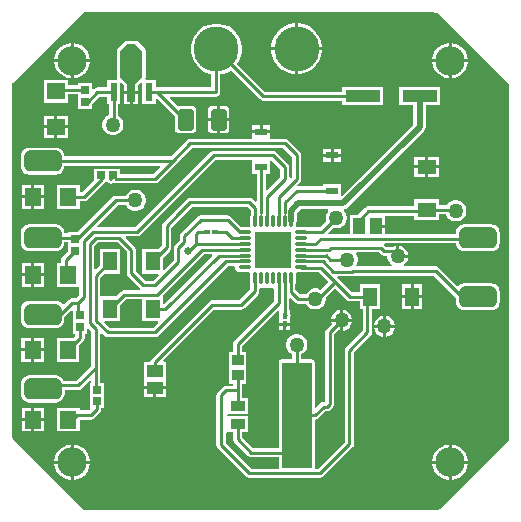
<source format=gtl>
G04*
G04 #@! TF.GenerationSoftware,Altium Limited,CircuitMaker,2.0.3 (51)*
G04*
G04 Layer_Physical_Order=1*
G04 Layer_Color=25308*
%FSLAX44Y44*%
%MOMM*%
G71*
G04*
G04 #@! TF.SameCoordinates,C8AC64B2-932A-4FD2-A93B-DAD22475A408*
G04*
G04*
G04 #@! TF.FilePolarity,Positive*
G04*
G01*
G75*
%ADD13C,0.2540*%
%ADD15R,0.6000X1.6000*%
%ADD16R,0.7000X1.5000*%
%ADD17R,2.9718X1.0160*%
%ADD18R,3.1500X3.1500*%
%ADD19O,0.3000X1.1500*%
%ADD20O,1.1500X0.3000*%
%ADD21R,1.4000X1.5000*%
%ADD22R,0.5000X0.4500*%
%ADD23R,0.6500X0.6500*%
%ADD24R,1.2000X1.6000*%
%ADD25R,1.5000X1.4000*%
%ADD26R,0.6500X0.6500*%
G04:AMPARAMS|DCode=27|XSize=1.8mm|YSize=1.3mm|CornerRadius=0.13mm|HoleSize=0mm|Usage=FLASHONLY|Rotation=270.000|XOffset=0mm|YOffset=0mm|HoleType=Round|Shape=RoundedRectangle|*
%AMROUNDEDRECTD27*
21,1,1.8000,1.0400,0,0,270.0*
21,1,1.5400,1.3000,0,0,270.0*
1,1,0.2600,-0.5200,-0.7700*
1,1,0.2600,-0.5200,0.7700*
1,1,0.2600,0.5200,0.7700*
1,1,0.2600,0.5200,-0.7700*
%
%ADD27ROUNDEDRECTD27*%
%ADD28R,1.0000X0.6000*%
%ADD29R,1.6000X1.2000*%
%ADD30R,1.1000X1.3500*%
%ADD31R,1.0000X0.9000*%
%ADD32R,1.3000X0.9000*%
%ADD33R,0.4500X0.5000*%
%ADD34R,1.3500X1.1000*%
%ADD61C,0.5080*%
G04:AMPARAMS|DCode=62|XSize=3.175mm|YSize=1.778mm|CornerRadius=0.4445mm|HoleSize=0mm|Usage=FLASHONLY|Rotation=0.000|XOffset=0mm|YOffset=0mm|HoleType=Round|Shape=RoundedRectangle|*
%AMROUNDEDRECTD62*
21,1,3.1750,0.8890,0,0,0.0*
21,1,2.2860,1.7780,0,0,0.0*
1,1,0.8890,1.1430,-0.4445*
1,1,0.8890,-1.1430,-0.4445*
1,1,0.8890,-1.1430,0.4445*
1,1,0.8890,1.1430,0.4445*
%
%ADD62ROUNDEDRECTD62*%
%ADD63C,1.5240*%
%ADD64C,1.2700*%
%ADD65C,2.5000*%
%ADD66C,3.8100*%
%ADD67C,0.5500*%
%ADD68C,0.6350*%
G36*
X906780Y1100582D02*
X908050D01*
X908632Y1100000D01*
X910000D01*
X970000Y1040000D01*
Y1038632D01*
X970026Y1038606D01*
Y738378D01*
X969772D01*
X911606Y680212D01*
X910212D01*
X910000Y680000D01*
X610404D01*
X610362Y679958D01*
X610320Y680000D01*
X610000D01*
X550000Y740000D01*
Y740320D01*
X549910Y740410D01*
X549402D01*
Y1041400D01*
X549910D01*
X609600Y1101090D01*
X906272D01*
X906780Y1100582D01*
D02*
G37*
%LPC*%
G36*
X792126Y1091590D02*
X791270D01*
Y1071270D01*
X811590D01*
Y1072126D01*
X810760Y1076298D01*
X809133Y1080227D01*
X806770Y1083763D01*
X803763Y1086770D01*
X800227Y1089133D01*
X796298Y1090760D01*
X792126Y1091590D01*
D02*
G37*
G36*
X788730D02*
X787874D01*
X783702Y1090760D01*
X779773Y1089133D01*
X776237Y1086770D01*
X773230Y1083763D01*
X770867Y1080227D01*
X769240Y1076298D01*
X768410Y1072126D01*
Y1071270D01*
X788730D01*
Y1091590D01*
D02*
G37*
G36*
X921481Y1075040D02*
X921270D01*
Y1061270D01*
X935040D01*
Y1061481D01*
X934462Y1064387D01*
X933328Y1067124D01*
X931682Y1069587D01*
X929587Y1071682D01*
X927124Y1073328D01*
X924387Y1074462D01*
X921481Y1075040D01*
D02*
G37*
G36*
X918730D02*
X918519D01*
X915613Y1074462D01*
X912876Y1073328D01*
X910413Y1071682D01*
X908318Y1069587D01*
X906672Y1067124D01*
X905538Y1064387D01*
X904960Y1061481D01*
Y1061270D01*
X918730D01*
Y1075040D01*
D02*
G37*
G36*
X601481D02*
X601270D01*
Y1061270D01*
X615040D01*
Y1061481D01*
X614462Y1064387D01*
X613328Y1067124D01*
X611682Y1069587D01*
X609587Y1071682D01*
X607124Y1073328D01*
X604387Y1074462D01*
X601481Y1075040D01*
D02*
G37*
G36*
X598730D02*
X598519D01*
X595613Y1074462D01*
X592876Y1073328D01*
X590413Y1071682D01*
X588318Y1069587D01*
X586672Y1067124D01*
X585538Y1064387D01*
X584960Y1061481D01*
Y1061270D01*
X598730D01*
Y1075040D01*
D02*
G37*
G36*
X811590Y1068730D02*
X791270D01*
Y1048410D01*
X792126D01*
X796298Y1049240D01*
X800227Y1050867D01*
X803763Y1053230D01*
X806770Y1056237D01*
X809133Y1059773D01*
X810760Y1063702D01*
X811590Y1067874D01*
Y1068730D01*
D02*
G37*
G36*
X788730D02*
X768410D01*
Y1067874D01*
X769240Y1063702D01*
X770867Y1059773D01*
X773230Y1056237D01*
X776237Y1053230D01*
X779773Y1050867D01*
X783702Y1049240D01*
X787874Y1048410D01*
X788730D01*
Y1068730D01*
D02*
G37*
G36*
X935040Y1058730D02*
X921270D01*
Y1044960D01*
X921481D01*
X924387Y1045538D01*
X927124Y1046672D01*
X929587Y1048318D01*
X931682Y1050413D01*
X933328Y1052876D01*
X934462Y1055613D01*
X935040Y1058519D01*
Y1058730D01*
D02*
G37*
G36*
X918730D02*
X904960D01*
Y1058519D01*
X905538Y1055613D01*
X906672Y1052876D01*
X908318Y1050413D01*
X910413Y1048318D01*
X912876Y1046672D01*
X915613Y1045538D01*
X918519Y1044960D01*
X918730D01*
Y1058730D01*
D02*
G37*
G36*
X615040D02*
X601270D01*
Y1044960D01*
X601481D01*
X604387Y1045538D01*
X607124Y1046672D01*
X609587Y1048318D01*
X611682Y1050413D01*
X613328Y1052876D01*
X614462Y1055613D01*
X615040Y1058519D01*
Y1058730D01*
D02*
G37*
G36*
X598730D02*
X584960D01*
Y1058519D01*
X585538Y1055613D01*
X586672Y1052876D01*
X588318Y1050413D01*
X590413Y1048318D01*
X592876Y1046672D01*
X595613Y1045538D01*
X598519Y1044960D01*
X598730D01*
Y1058730D01*
D02*
G37*
G36*
X724248Y1091438D02*
X719996D01*
X715824Y1090608D01*
X711895Y1088981D01*
X708359Y1086618D01*
X705352Y1083611D01*
X702989Y1080075D01*
X701362Y1076146D01*
X700532Y1071974D01*
Y1067722D01*
X701362Y1063550D01*
X702989Y1059621D01*
X705352Y1056085D01*
X708359Y1053078D01*
X711895Y1050715D01*
X715824Y1049088D01*
X717729Y1048709D01*
Y1037385D01*
X670540D01*
Y1044040D01*
X662439D01*
X661760Y1045310D01*
X661893Y1045509D01*
X662090Y1046500D01*
Y1068500D01*
X661893Y1069491D01*
X661331Y1070331D01*
X655331Y1076331D01*
X654491Y1076893D01*
X653500Y1077090D01*
X646500D01*
X645509Y1076893D01*
X644669Y1076331D01*
X638669Y1070331D01*
X638107Y1069491D01*
X637910Y1068500D01*
Y1046500D01*
X638107Y1045509D01*
X638240Y1045310D01*
X637561Y1044040D01*
X629460D01*
Y1037385D01*
X621288D01*
X619802Y1037089D01*
X618541Y1036247D01*
X618087Y1035793D01*
X616914Y1036279D01*
Y1041014D01*
X605334D01*
Y1039443D01*
X596272D01*
Y1043588D01*
X576192D01*
Y1024508D01*
X596272D01*
Y1031673D01*
X605334D01*
Y1019434D01*
X616914D01*
Y1023632D01*
X622897Y1029615D01*
X629460D01*
Y1022960D01*
X631115D01*
Y1014139D01*
X631061Y1014124D01*
X629033Y1012954D01*
X627378Y1011299D01*
X626208Y1009271D01*
X625602Y1007010D01*
Y1004670D01*
X626208Y1002409D01*
X627378Y1000381D01*
X629033Y998726D01*
X631061Y997556D01*
X633322Y996950D01*
X635662D01*
X637923Y997556D01*
X639951Y998726D01*
X641606Y1000381D01*
X642776Y1002409D01*
X643382Y1004670D01*
Y1007010D01*
X642776Y1009271D01*
X641606Y1011299D01*
X639951Y1012954D01*
X638885Y1013569D01*
Y1022960D01*
X640540D01*
Y1041138D01*
X641713Y1041624D01*
X643960Y1039378D01*
Y1034270D01*
X650000D01*
X656040D01*
Y1039378D01*
X658287Y1041624D01*
X659460Y1041138D01*
Y1022960D01*
X670540D01*
Y1027917D01*
X671713Y1028403D01*
X686885Y1013232D01*
Y1002300D01*
X687183Y1000802D01*
X688031Y999531D01*
X689302Y998683D01*
X690800Y998385D01*
X701200D01*
X702698Y998683D01*
X703969Y999531D01*
X704817Y1000802D01*
X705115Y1002300D01*
Y1017700D01*
X704817Y1019198D01*
X703969Y1020469D01*
X702698Y1021317D01*
X701200Y1021615D01*
X690800D01*
X689706Y1021398D01*
X682662Y1028442D01*
X683148Y1029615D01*
X721614D01*
X723101Y1029911D01*
X724361Y1030753D01*
X725203Y1032013D01*
X725499Y1033500D01*
Y1048507D01*
X728420Y1049088D01*
X732349Y1050715D01*
X734394Y1052082D01*
X759223Y1027253D01*
X760483Y1026411D01*
X761970Y1026115D01*
X828536D01*
Y1022380D01*
X863334D01*
Y1037620D01*
X828536D01*
Y1033885D01*
X763579D01*
X739888Y1057576D01*
X741255Y1059621D01*
X742882Y1063550D01*
X743712Y1067722D01*
Y1071974D01*
X742882Y1076146D01*
X741255Y1080075D01*
X738892Y1083611D01*
X735885Y1086618D01*
X732349Y1088981D01*
X728420Y1090608D01*
X724248Y1091438D01*
D02*
G37*
G36*
X656040Y1031730D02*
X651270D01*
Y1022960D01*
X656040D01*
Y1031730D01*
D02*
G37*
G36*
X648730D02*
X643960D01*
Y1022960D01*
X648730D01*
Y1031730D01*
D02*
G37*
G36*
X729200Y1021615D02*
X725270D01*
Y1011270D01*
X733115D01*
Y1017700D01*
X732817Y1019198D01*
X731969Y1020469D01*
X730698Y1021317D01*
X729200Y1021615D01*
D02*
G37*
G36*
X722730D02*
X718800D01*
X717302Y1021317D01*
X716031Y1020469D01*
X715183Y1019198D01*
X714885Y1017700D01*
Y1011270D01*
X722730D01*
Y1021615D01*
D02*
G37*
G36*
X596272Y1013588D02*
X587502D01*
Y1005318D01*
X596272D01*
Y1013588D01*
D02*
G37*
G36*
X584962D02*
X576192D01*
Y1005318D01*
X584962D01*
Y1013588D01*
D02*
G37*
G36*
X767540Y1005540D02*
X761270D01*
Y1001270D01*
X767540D01*
Y1005540D01*
D02*
G37*
G36*
X758730D02*
X752460D01*
Y1001270D01*
X758730D01*
Y1005540D01*
D02*
G37*
G36*
X733115Y1008730D02*
X725270D01*
Y998385D01*
X729200D01*
X730698Y998683D01*
X731969Y999531D01*
X732817Y1000802D01*
X733115Y1002300D01*
Y1008730D01*
D02*
G37*
G36*
X722730D02*
X714885D01*
Y1002300D01*
X715183Y1000802D01*
X716031Y999531D01*
X717302Y998683D01*
X718800Y998385D01*
X722730D01*
Y1008730D01*
D02*
G37*
G36*
X596272Y1002778D02*
X587502D01*
Y994508D01*
X596272D01*
Y1002778D01*
D02*
G37*
G36*
X584962D02*
X576192D01*
Y994508D01*
X584962D01*
Y1002778D01*
D02*
G37*
G36*
X827540Y985540D02*
X821270D01*
Y981270D01*
X827540D01*
Y985540D01*
D02*
G37*
G36*
X818730D02*
X812460D01*
Y981270D01*
X818730D01*
Y985540D01*
D02*
G37*
G36*
X827540Y978730D02*
X821270D01*
Y974460D01*
X827540D01*
Y978730D01*
D02*
G37*
G36*
X818730D02*
X812460D01*
Y974460D01*
X818730D01*
Y978730D01*
D02*
G37*
G36*
X910540Y978540D02*
X901270D01*
Y971270D01*
X910540D01*
Y978540D01*
D02*
G37*
G36*
X898730D02*
X889460D01*
Y971270D01*
X898730D01*
Y978540D01*
D02*
G37*
G36*
X910540Y968730D02*
X901270D01*
Y961460D01*
X910540D01*
Y968730D01*
D02*
G37*
G36*
X898730D02*
X889460D01*
Y961460D01*
X898730D01*
Y968730D01*
D02*
G37*
G36*
X576200Y954920D02*
X567930D01*
Y946150D01*
X576200D01*
Y954920D01*
D02*
G37*
G36*
X565390D02*
X557120D01*
Y946150D01*
X565390D01*
Y954920D01*
D02*
G37*
G36*
X911464Y1037620D02*
X876666D01*
Y1022380D01*
X888885D01*
Y1005938D01*
X828713Y945766D01*
X827540Y946252D01*
Y955540D01*
X812460D01*
Y953885D01*
X791174D01*
X790648Y955155D01*
X792747Y957253D01*
X793589Y958513D01*
X793885Y960000D01*
Y980000D01*
X793589Y981487D01*
X792747Y982747D01*
X782747Y992747D01*
X781487Y993589D01*
X780000Y993885D01*
X768572D01*
X767540Y994460D01*
X767540Y995155D01*
Y998730D01*
X760000D01*
X752460D01*
Y995155D01*
X752460Y994460D01*
X751428Y993885D01*
X700000D01*
X698513Y993589D01*
X697253Y992747D01*
X683391Y978885D01*
X593475D01*
Y979445D01*
X593235Y981268D01*
X592531Y982968D01*
X591412Y984427D01*
X589953Y985546D01*
X588253Y986250D01*
X586430Y986490D01*
X563570D01*
X561747Y986250D01*
X560047Y985546D01*
X558588Y984427D01*
X557469Y982968D01*
X556765Y981268D01*
X556525Y979445D01*
Y970555D01*
X556765Y968732D01*
X557469Y967032D01*
X558588Y965573D01*
X560047Y964454D01*
X561747Y963750D01*
X563570Y963510D01*
X586430D01*
X588253Y963750D01*
X589953Y964454D01*
X591412Y965573D01*
X592531Y967032D01*
X593235Y968732D01*
X593475Y970555D01*
Y971115D01*
X673962D01*
X674448Y969942D01*
X668391Y963885D01*
X640282D01*
Y968704D01*
X618702D01*
Y959196D01*
X608391Y948885D01*
X606200D01*
Y954920D01*
X587120D01*
Y934840D01*
X606200D01*
Y941115D01*
X610000D01*
X611487Y941411D01*
X612747Y942253D01*
X627618Y957124D01*
X629588D01*
X629713Y956999D01*
X630973Y956157D01*
X632460Y955861D01*
X633947Y956157D01*
X635123Y956943D01*
X635919Y956411D01*
X637406Y956115D01*
X670000D01*
X671487Y956411D01*
X672747Y957253D01*
X687747Y972253D01*
X701609Y986115D01*
X778391D01*
X786115Y978391D01*
Y961609D01*
X785155Y960648D01*
X783885Y961174D01*
Y970000D01*
X783589Y971487D01*
X782747Y972747D01*
X772747Y982747D01*
X771487Y983589D01*
X770000Y983885D01*
X720000D01*
X718513Y983589D01*
X717253Y982747D01*
X653471Y918965D01*
X621118D01*
X620632Y920138D01*
X638441Y937947D01*
X645519D01*
X646428Y936373D01*
X648083Y934718D01*
X650111Y933548D01*
X652372Y932942D01*
X654712D01*
X656973Y933548D01*
X659001Y934718D01*
X660656Y936373D01*
X661826Y938401D01*
X662432Y940662D01*
Y943002D01*
X661826Y945263D01*
X660656Y947291D01*
X659001Y948946D01*
X656973Y950116D01*
X654712Y950722D01*
X652372D01*
X650111Y950116D01*
X648083Y948946D01*
X646428Y947291D01*
X645519Y945717D01*
X636832D01*
X635345Y945421D01*
X634085Y944579D01*
X604282Y914776D01*
X596444D01*
Y913885D01*
X593475D01*
Y914445D01*
X593235Y916268D01*
X592531Y917968D01*
X591412Y919427D01*
X589953Y920546D01*
X588253Y921250D01*
X586430Y921490D01*
X563570D01*
X561747Y921250D01*
X560047Y920546D01*
X558588Y919427D01*
X557469Y917968D01*
X556765Y916268D01*
X556525Y914445D01*
Y905555D01*
X556765Y903732D01*
X557469Y902032D01*
X558588Y900573D01*
X560047Y899454D01*
X561747Y898750D01*
X563570Y898510D01*
X586430D01*
X588253Y898750D01*
X589953Y899454D01*
X591412Y900573D01*
X592531Y902032D01*
X593235Y903732D01*
X593475Y905555D01*
Y906115D01*
X596444D01*
Y898690D01*
X591613Y893859D01*
X590771Y892599D01*
X590475Y891112D01*
Y888880D01*
X587120D01*
Y868800D01*
X605955D01*
Y861449D01*
X603391Y858885D01*
X600000D01*
X598513Y858589D01*
X597253Y857747D01*
X593187Y853681D01*
X591920Y853764D01*
X591412Y854427D01*
X589953Y855546D01*
X588253Y856250D01*
X586430Y856490D01*
X563570D01*
X561747Y856250D01*
X560047Y855546D01*
X558588Y854427D01*
X557469Y852968D01*
X556765Y851268D01*
X556525Y849445D01*
Y840555D01*
X556765Y838732D01*
X557469Y837032D01*
X558588Y835573D01*
X560047Y834454D01*
X561747Y833750D01*
X563570Y833510D01*
X586430D01*
X588253Y833750D01*
X589953Y834454D01*
X591412Y835573D01*
X592531Y837032D01*
X593235Y838732D01*
X593475Y840555D01*
Y842981D01*
X599492Y848998D01*
X600762Y848472D01*
Y838680D01*
Y828680D01*
X602667D01*
Y826841D01*
X600952Y825126D01*
X586866D01*
Y805046D01*
X605946D01*
Y819132D01*
X609299Y822485D01*
X610141Y823745D01*
X610437Y825232D01*
Y828680D01*
X612342D01*
Y833321D01*
X613515Y833807D01*
X616115Y831207D01*
Y801609D01*
X603391Y788885D01*
X593063D01*
X592587Y790034D01*
X591468Y791493D01*
X590009Y792612D01*
X588309Y793316D01*
X586486Y793556D01*
X563626D01*
X561803Y793316D01*
X560103Y792612D01*
X558644Y791493D01*
X557525Y790034D01*
X556821Y788334D01*
X556581Y786511D01*
Y777621D01*
X556821Y775798D01*
X557525Y774098D01*
X558644Y772639D01*
X560103Y771520D01*
X561803Y770816D01*
X563626Y770576D01*
X586486D01*
X588309Y770816D01*
X590009Y771520D01*
X591468Y772639D01*
X592587Y774098D01*
X593291Y775798D01*
X593531Y777621D01*
Y781115D01*
X605000D01*
X606487Y781411D01*
X607747Y782253D01*
X614942Y789448D01*
X616115Y788962D01*
Y787268D01*
X614986D01*
Y775688D01*
Y765688D01*
X614986D01*
X615274Y764992D01*
X614167Y763885D01*
X606200D01*
Y766198D01*
X587120D01*
Y746118D01*
X606200D01*
Y756115D01*
X615776D01*
X617263Y756411D01*
X618523Y757253D01*
X623523Y762253D01*
X624365Y763513D01*
X624661Y765000D01*
Y765688D01*
X626566D01*
Y775688D01*
Y787268D01*
X623885D01*
Y800000D01*
Y828962D01*
X625058Y829448D01*
X627253Y827253D01*
X628513Y826411D01*
X630000Y826115D01*
X670000D01*
X671487Y826411D01*
X672747Y827253D01*
X731609Y886115D01*
X736852D01*
X737657Y885134D01*
X737631Y885000D01*
X737944Y883424D01*
X738837Y882087D01*
X740174Y881194D01*
X741750Y880881D01*
X749712D01*
X750471Y880471D01*
X750881Y879711D01*
Y876380D01*
X750805Y876000D01*
Y866299D01*
X741577Y857071D01*
X718312D01*
X716825Y856775D01*
X715565Y855933D01*
X667253Y807621D01*
X666411Y806361D01*
X666148Y805040D01*
X660710D01*
Y788960D01*
Y784270D01*
X670000D01*
X679290D01*
Y788960D01*
Y805040D01*
X677319D01*
X676833Y806213D01*
X719921Y849301D01*
X743186D01*
X744673Y849597D01*
X745933Y850439D01*
X757437Y861943D01*
X758279Y863203D01*
X758575Y864690D01*
Y866913D01*
X759556Y867719D01*
X760000Y867631D01*
X761576Y867944D01*
X762500Y868562D01*
X763424Y867944D01*
X765000Y867631D01*
X766576Y867944D01*
X767500Y868562D01*
X768424Y867944D01*
X770000Y867631D01*
X770134Y867657D01*
X771115Y866852D01*
Y856609D01*
X737253Y822747D01*
X736411Y821487D01*
X736115Y820000D01*
Y813540D01*
X732460D01*
Y799460D01*
Y786460D01*
X736115D01*
Y784730D01*
X730045D01*
X728558Y784434D01*
X727298Y783592D01*
X723185Y779479D01*
X722343Y778219D01*
X722047Y776732D01*
Y734568D01*
X722343Y733081D01*
X723185Y731821D01*
X746934Y708072D01*
X748194Y707230D01*
X749681Y706934D01*
X810000D01*
X811487Y707230D01*
X812747Y708072D01*
X837337Y732663D01*
X838179Y733923D01*
X838475Y735409D01*
Y812981D01*
X852747Y827253D01*
X853589Y828513D01*
X853885Y830000D01*
Y849460D01*
X860540D01*
Y870540D01*
X843460D01*
Y863885D01*
X836954D01*
X825146Y875692D01*
X825146Y875692D01*
X824517Y876322D01*
X825003Y877495D01*
X837074D01*
X838561Y877791D01*
X838925Y878034D01*
X906472D01*
X925053Y859454D01*
Y855555D01*
X925293Y853732D01*
X925997Y852032D01*
X927116Y850573D01*
X928575Y849454D01*
X930275Y848750D01*
X932098Y848510D01*
X954958D01*
X956781Y848750D01*
X958481Y849454D01*
X959940Y850573D01*
X961059Y852032D01*
X961763Y853732D01*
X962003Y855555D01*
Y864445D01*
X961763Y866268D01*
X961059Y867968D01*
X959940Y869427D01*
X958481Y870546D01*
X956781Y871250D01*
X954958Y871490D01*
X932098D01*
X930275Y871250D01*
X928575Y870546D01*
X927116Y869427D01*
X926132Y869362D01*
X910828Y884666D01*
X909568Y885508D01*
X908081Y885804D01*
X880897D01*
X880557Y887074D01*
X881251Y887474D01*
X882906Y889129D01*
X884076Y891157D01*
X884655Y893318D01*
X875792D01*
Y894588D01*
X874522D01*
Y903451D01*
X872361Y902872D01*
X871766Y902529D01*
X871728Y902537D01*
X865717D01*
X864088Y904165D01*
X864436Y905276D01*
X864557Y905435D01*
X925069D01*
X925293Y903732D01*
X925997Y902032D01*
X927116Y900573D01*
X928575Y899454D01*
X930275Y898750D01*
X932098Y898510D01*
X954958D01*
X956781Y898750D01*
X958481Y899454D01*
X959940Y900573D01*
X961059Y902032D01*
X961763Y903732D01*
X962003Y905555D01*
Y914445D01*
X961763Y916268D01*
X961059Y917968D01*
X959940Y919427D01*
X958481Y920546D01*
X956781Y921250D01*
X954958Y921490D01*
X932098D01*
X930275Y921250D01*
X928575Y920546D01*
X927116Y919427D01*
X925997Y917968D01*
X925293Y916268D01*
X925053Y914445D01*
Y913205D01*
X865040D01*
Y918730D01*
X857000D01*
Y921270D01*
X865040D01*
Y928803D01*
X889460D01*
Y925460D01*
X910540D01*
Y930115D01*
X916368D01*
X916530Y929511D01*
X917700Y927483D01*
X919355Y925828D01*
X921383Y924658D01*
X923644Y924052D01*
X925984D01*
X928245Y924658D01*
X930273Y925828D01*
X931928Y927483D01*
X933098Y929511D01*
X933704Y931772D01*
Y934112D01*
X933098Y936373D01*
X931928Y938401D01*
X930273Y940056D01*
X928245Y941226D01*
X925984Y941832D01*
X923644D01*
X921383Y941226D01*
X919355Y940056D01*
X917700Y938401D01*
X917402Y937885D01*
X910540D01*
Y942540D01*
X889460D01*
Y936573D01*
X850646D01*
X849159Y936277D01*
X847899Y935435D01*
X843199Y930735D01*
X843063Y930708D01*
X841803Y929866D01*
X841418Y929290D01*
X834960D01*
Y913205D01*
X816980D01*
X816494Y914378D01*
X820542Y918426D01*
X822298Y917956D01*
X824638D01*
X826899Y918562D01*
X828927Y919732D01*
X830582Y921387D01*
X831752Y923415D01*
X832358Y925676D01*
Y928016D01*
X831752Y930277D01*
X830582Y932305D01*
X829985Y932901D01*
X830403Y934279D01*
X831546Y934507D01*
X833226Y935630D01*
X897728Y1000130D01*
X898850Y1001811D01*
X899245Y1003793D01*
Y1022380D01*
X911464D01*
Y1037620D01*
D02*
G37*
G36*
X576200Y943610D02*
X567930D01*
Y934840D01*
X576200D01*
Y943610D01*
D02*
G37*
G36*
X565390D02*
X557120D01*
Y934840D01*
X565390D01*
Y943610D01*
D02*
G37*
G36*
X877062Y903451D02*
Y895858D01*
X884655D01*
X884076Y898019D01*
X882906Y900047D01*
X881251Y901702D01*
X879223Y902872D01*
X877062Y903451D01*
D02*
G37*
G36*
X576200Y888880D02*
X567930D01*
Y880110D01*
X576200D01*
Y888880D01*
D02*
G37*
G36*
X565390D02*
X557120D01*
Y880110D01*
X565390D01*
Y888880D01*
D02*
G37*
G36*
X576200Y877570D02*
X567930D01*
Y868800D01*
X576200D01*
Y877570D01*
D02*
G37*
G36*
X565390D02*
X557120D01*
Y868800D01*
X565390D01*
Y877570D01*
D02*
G37*
G36*
X896540Y870540D02*
X889270D01*
Y861270D01*
X896540D01*
Y870540D01*
D02*
G37*
G36*
X886730D02*
X879460D01*
Y861270D01*
X886730D01*
Y870540D01*
D02*
G37*
G36*
X896540Y858730D02*
X889270D01*
Y849460D01*
X896540D01*
Y858730D01*
D02*
G37*
G36*
X886730D02*
X879460D01*
Y849460D01*
X886730D01*
Y858730D01*
D02*
G37*
G36*
X865632Y844015D02*
Y836422D01*
X873225D01*
X872646Y838583D01*
X871476Y840611D01*
X869821Y842266D01*
X867793Y843436D01*
X865632Y844015D01*
D02*
G37*
G36*
X863092D02*
X860931Y843436D01*
X858903Y842266D01*
X857248Y840611D01*
X856078Y838583D01*
X855499Y836422D01*
X863092D01*
Y844015D01*
D02*
G37*
G36*
X873225Y833882D02*
X865632D01*
Y826289D01*
X867793Y826868D01*
X869821Y828038D01*
X871476Y829693D01*
X872646Y831721D01*
X873225Y833882D01*
D02*
G37*
G36*
X863092D02*
X855499D01*
X856078Y831721D01*
X857248Y829693D01*
X858903Y828038D01*
X860931Y826868D01*
X863092Y826289D01*
Y833882D01*
D02*
G37*
G36*
X575946Y825126D02*
X567676D01*
Y816356D01*
X575946D01*
Y825126D01*
D02*
G37*
G36*
X565136D02*
X556866D01*
Y816356D01*
X565136D01*
Y825126D01*
D02*
G37*
G36*
X575946Y813816D02*
X567676D01*
Y805046D01*
X575946D01*
Y813816D01*
D02*
G37*
G36*
X565136D02*
X556866D01*
Y805046D01*
X565136D01*
Y813816D01*
D02*
G37*
G36*
X679290Y781730D02*
X671270D01*
Y774960D01*
X679290D01*
Y781730D01*
D02*
G37*
G36*
X668730D02*
X660710D01*
Y774960D01*
X668730D01*
Y781730D01*
D02*
G37*
G36*
X576200Y766198D02*
X567930D01*
Y757428D01*
X576200D01*
Y766198D01*
D02*
G37*
G36*
X565390D02*
X557120D01*
Y757428D01*
X565390D01*
Y766198D01*
D02*
G37*
G36*
X576200Y754888D02*
X567930D01*
Y746118D01*
X576200D01*
Y754888D01*
D02*
G37*
G36*
X565390D02*
X557120D01*
Y746118D01*
X565390D01*
Y754888D01*
D02*
G37*
G36*
X921481Y735040D02*
X921270D01*
Y721270D01*
X935040D01*
Y721481D01*
X934462Y724387D01*
X933328Y727124D01*
X931682Y729587D01*
X929587Y731682D01*
X927124Y733328D01*
X924387Y734462D01*
X921481Y735040D01*
D02*
G37*
G36*
X918730D02*
X918519D01*
X915613Y734462D01*
X912876Y733328D01*
X910413Y731682D01*
X908318Y729587D01*
X906672Y727124D01*
X905538Y724387D01*
X904960Y721481D01*
Y721270D01*
X918730D01*
Y735040D01*
D02*
G37*
G36*
X601481D02*
X601270D01*
Y721270D01*
X615040D01*
Y721481D01*
X614462Y724387D01*
X613328Y727124D01*
X611682Y729587D01*
X609587Y731682D01*
X607124Y733328D01*
X604387Y734462D01*
X601481Y735040D01*
D02*
G37*
G36*
X598730D02*
X598519D01*
X595613Y734462D01*
X592876Y733328D01*
X590413Y731682D01*
X588318Y729587D01*
X586672Y727124D01*
X585538Y724387D01*
X584960Y721481D01*
Y721270D01*
X598730D01*
Y735040D01*
D02*
G37*
G36*
X935040Y718730D02*
X921270D01*
Y704960D01*
X921481D01*
X924387Y705538D01*
X927124Y706672D01*
X929587Y708318D01*
X931682Y710413D01*
X933328Y712876D01*
X934462Y715613D01*
X935040Y718519D01*
Y718730D01*
D02*
G37*
G36*
X918730D02*
X904960D01*
Y718519D01*
X905538Y715613D01*
X906672Y712876D01*
X908318Y710413D01*
X910413Y708318D01*
X912876Y706672D01*
X915613Y705538D01*
X918519Y704960D01*
X918730D01*
Y718730D01*
D02*
G37*
G36*
X615040D02*
X601270D01*
Y704960D01*
X601481D01*
X604387Y705538D01*
X607124Y706672D01*
X609587Y708318D01*
X611682Y710413D01*
X613328Y712876D01*
X614462Y715613D01*
X615040Y718519D01*
Y718730D01*
D02*
G37*
G36*
X598730D02*
X584960D01*
Y718519D01*
X585538Y715613D01*
X586672Y712876D01*
X588318Y710413D01*
X590413Y708318D01*
X592876Y706672D01*
X595613Y705538D01*
X598519Y704960D01*
X598730D01*
Y718730D01*
D02*
G37*
%LPD*%
G36*
X659500Y1068500D02*
Y1046500D01*
X653500Y1040500D01*
X646500D01*
X640500Y1046500D01*
Y1068500D01*
X646500Y1074500D01*
X653500D01*
X659500Y1068500D01*
D02*
G37*
G36*
X776115Y968391D02*
Y961609D01*
X765058Y950552D01*
X763885Y951038D01*
Y964460D01*
X767540D01*
Y975170D01*
X768699Y975807D01*
X776115Y968391D01*
D02*
G37*
G36*
X752460Y975540D02*
Y964460D01*
X756115D01*
Y941038D01*
X754942Y940552D01*
X752747Y942747D01*
X751487Y943589D01*
X750000Y943885D01*
X700000D01*
X698513Y943589D01*
X697253Y942747D01*
X687253Y932747D01*
X687253Y932747D01*
X677226Y922720D01*
X676384Y921460D01*
X676088Y919973D01*
Y903582D01*
X673046Y900540D01*
X659460D01*
Y879460D01*
X672663D01*
X673149Y878287D01*
X668747Y873885D01*
X661609D01*
X653885Y881609D01*
Y900000D01*
X653589Y901487D01*
X652747Y902747D01*
X645472Y910022D01*
X645958Y911195D01*
X655080D01*
X656567Y911491D01*
X657827Y912333D01*
X721609Y976115D01*
X751428D01*
X752460Y975540D01*
D02*
G37*
G36*
X751115Y933391D02*
Y929429D01*
X750881Y928250D01*
Y920289D01*
X750471Y919529D01*
X749712Y919119D01*
X743217D01*
X734267Y928069D01*
X733007Y928911D01*
X731520Y929207D01*
X708660D01*
X707173Y928911D01*
X705913Y928069D01*
X692333Y914489D01*
X691491Y913229D01*
X691195Y911742D01*
Y907989D01*
X687253Y904047D01*
X686411Y902787D01*
X686115Y901300D01*
Y891253D01*
X677713Y882851D01*
X676540Y883337D01*
Y893046D01*
X682720Y899226D01*
X683562Y900486D01*
X683858Y901973D01*
Y918364D01*
X692747Y927253D01*
X692747Y927253D01*
X701609Y936115D01*
X748391D01*
X751115Y933391D01*
D02*
G37*
G36*
X816892Y932842D02*
X816354Y932305D01*
X815184Y930277D01*
X814578Y928016D01*
Y925676D01*
X815048Y923920D01*
X810013Y918885D01*
X799429D01*
X798250Y919119D01*
X790289D01*
X789529Y919529D01*
X789119Y920289D01*
Y921021D01*
X789785Y922018D01*
X790180Y924000D01*
Y930937D01*
X793355Y934112D01*
X816366D01*
X816892Y932842D01*
D02*
G37*
G36*
X861361Y895905D02*
X862621Y895063D01*
X864108Y894767D01*
X866902D01*
Y893418D01*
X867508Y891157D01*
X868678Y889129D01*
X870333Y887474D01*
X871027Y887074D01*
X870687Y885804D01*
X841286D01*
X840553Y887074D01*
X841150Y888109D01*
X841756Y890370D01*
Y892710D01*
X841150Y894971D01*
X840241Y896545D01*
X840843Y897815D01*
X859451D01*
X861361Y895905D01*
D02*
G37*
G36*
X794000Y880805D02*
X809046D01*
X816906Y872945D01*
X810094Y866134D01*
X809373Y866550D01*
X807112Y867156D01*
X804772D01*
X802511Y866550D01*
X800483Y865380D01*
X798828Y863725D01*
X797919Y862151D01*
X792819D01*
X788885Y866085D01*
Y870571D01*
X789119Y871750D01*
Y879711D01*
X789529Y880471D01*
X790289Y880881D01*
X793620D01*
X794000Y880805D01*
D02*
G37*
G36*
X646115Y898391D02*
Y880000D01*
X646411Y878513D01*
X647253Y877253D01*
X657253Y867253D01*
X657685Y866965D01*
X657300Y865695D01*
X643810D01*
X642323Y865399D01*
X641063Y864557D01*
X637046Y860540D01*
X623885D01*
Y876391D01*
X626954Y879460D01*
X640540D01*
Y900540D01*
X623460D01*
Y886954D01*
X619978Y883472D01*
X618805Y883958D01*
Y903311D01*
X621609Y906115D01*
X638391D01*
X646115Y898391D01*
D02*
G37*
G36*
X718448Y894942D02*
X677810Y854304D01*
X676540Y854830D01*
Y860540D01*
X676540Y860540D01*
X676540D01*
X677079Y861586D01*
X711609Y896115D01*
X717962D01*
X718448Y894942D01*
D02*
G37*
G36*
X832598Y857253D02*
X833858Y856411D01*
X835345Y856115D01*
X843460D01*
Y849460D01*
X846115D01*
Y831609D01*
X831844Y817337D01*
X831002Y816077D01*
X830706Y814591D01*
Y737019D01*
X808391Y714704D01*
X805984D01*
X805290Y715550D01*
Y756115D01*
X805720D01*
X807207Y756411D01*
X808467Y757253D01*
X814409Y763195D01*
X815594D01*
X817081Y763491D01*
X818341Y764333D01*
X820881Y766873D01*
X821723Y768133D01*
X822019Y769620D01*
Y828717D01*
X825114Y831812D01*
X826770Y831369D01*
Y838962D01*
X819177D01*
X819620Y837306D01*
X815387Y833073D01*
X814545Y831813D01*
X814249Y830326D01*
Y771229D01*
X813985Y770965D01*
X812800D01*
X811313Y770669D01*
X810053Y769827D01*
X806463Y766237D01*
X805290Y766723D01*
Y804450D01*
X805093Y805441D01*
X804531Y806281D01*
X803691Y806843D01*
X802700Y807040D01*
X794079D01*
Y811636D01*
X795653Y812544D01*
X797308Y814199D01*
X798478Y816227D01*
X799084Y818488D01*
Y820828D01*
X798478Y823089D01*
X797308Y825117D01*
X795653Y826772D01*
X793625Y827942D01*
X791364Y828548D01*
X789024D01*
X786763Y827942D01*
X784735Y826772D01*
X783080Y825117D01*
X781910Y823089D01*
X781304Y820828D01*
Y818488D01*
X781910Y816227D01*
X783080Y814199D01*
X784735Y812544D01*
X786309Y811636D01*
Y807040D01*
X777300D01*
X776309Y806843D01*
X775469Y806281D01*
X774907Y805441D01*
X774710Y804450D01*
Y732135D01*
X753359D01*
X743885Y741609D01*
Y745210D01*
X749040D01*
Y759290D01*
X730960D01*
Y759290D01*
X730763Y759343D01*
Y759522D01*
X732011Y760710D01*
X749040D01*
Y774790D01*
X743885D01*
Y780796D01*
X743875Y780845D01*
X743885Y780894D01*
Y786460D01*
X747540D01*
Y799460D01*
Y813540D01*
X743885D01*
Y818391D01*
X773974Y848480D01*
X775244Y847954D01*
Y839196D01*
Y838006D01*
X784824D01*
Y843740D01*
X784935Y844296D01*
X784824Y844852D01*
Y849276D01*
X783885D01*
Y858438D01*
X785058Y858924D01*
X788463Y855519D01*
X789723Y854677D01*
X791210Y854381D01*
X797919D01*
X798828Y852807D01*
X800483Y851152D01*
X802511Y849982D01*
X804772Y849376D01*
X807112D01*
X809373Y849982D01*
X811401Y851152D01*
X813056Y852807D01*
X814226Y854835D01*
X814832Y857096D01*
Y859436D01*
X814737Y859790D01*
X822400Y867452D01*
X832598Y857253D01*
D02*
G37*
G36*
X659460Y839460D02*
X672307D01*
X672793Y838287D01*
X668391Y833885D01*
X631609D01*
X627207Y838287D01*
X627693Y839460D01*
X640540D01*
Y853046D01*
X645419Y857925D01*
X659460D01*
Y839460D01*
D02*
G37*
G36*
X802700Y715550D02*
X777300D01*
Y804450D01*
X802700D01*
Y715550D01*
D02*
G37*
G36*
X736115Y740000D02*
X736411Y738513D01*
X737253Y737253D01*
X749003Y725503D01*
X750263Y724661D01*
X751750Y724365D01*
X774710D01*
Y715550D01*
X774016Y714704D01*
X751290D01*
X729817Y736177D01*
Y744904D01*
X730960Y745210D01*
Y745210D01*
X736115D01*
Y740000D01*
D02*
G37*
%LPC*%
G36*
X829310Y849095D02*
Y841502D01*
X836903D01*
X836324Y843663D01*
X835154Y845691D01*
X833499Y847346D01*
X831471Y848516D01*
X829310Y849095D01*
D02*
G37*
G36*
X826770D02*
X824609Y848516D01*
X822581Y847346D01*
X820926Y845691D01*
X819756Y843663D01*
X819177Y841502D01*
X826770D01*
Y849095D01*
D02*
G37*
G36*
X784824Y835466D02*
X781304D01*
Y831696D01*
X784824D01*
Y835466D01*
D02*
G37*
G36*
X778764D02*
X775244D01*
Y831696D01*
X778764D01*
Y835466D01*
D02*
G37*
G36*
X836903Y838962D02*
X829310D01*
Y831369D01*
X831471Y831948D01*
X833499Y833118D01*
X835154Y834773D01*
X836324Y836801D01*
X836903Y838962D01*
D02*
G37*
%LPD*%
D13*
X818134Y769620D02*
Y830326D01*
X815594Y767080D02*
X818134Y769620D01*
X812800Y767080D02*
X815594D01*
X805720Y760000D02*
X812800Y767080D01*
X790000Y760000D02*
X805720D01*
X818134Y830326D02*
X828040Y840232D01*
X761970Y1030000D02*
X845935D01*
X722122Y1069848D02*
X761970Y1030000D01*
X594360Y891112D02*
X602234Y898986D01*
X594360Y879320D02*
Y891112D01*
X593880Y878840D02*
X594360Y879320D01*
X835345Y860000D02*
X850000D01*
Y830000D02*
Y860000D01*
X810000Y710819D02*
X834591Y735409D01*
Y814591D02*
X850000Y830000D01*
X834591Y735409D02*
Y814591D01*
X749681Y710819D02*
X810000D01*
X600000Y855000D02*
X605000D01*
X590000Y845000D02*
X600000Y855000D01*
X575000Y845000D02*
X590000D01*
X620000Y800000D02*
Y832816D01*
Y782254D02*
Y800000D01*
X575000Y785000D02*
X605000D01*
X620000Y800000D01*
X575000Y785000D02*
X575056Y784944D01*
Y782066D02*
Y784944D01*
X620776Y765000D02*
Y771478D01*
X615776Y760000D02*
X620776Y765000D01*
X603842Y760000D02*
X615776D01*
X600000Y756158D02*
X603842Y760000D01*
X614920Y837896D02*
X620000Y832816D01*
Y782254D02*
X620776Y781478D01*
X614920Y837896D02*
Y904920D01*
X605000Y846022D02*
X606552Y844470D01*
X605000Y846022D02*
Y855000D01*
X609840Y859840D01*
Y907024D01*
X636832Y941832D02*
X653542D01*
X603986Y908986D02*
X636832Y941832D01*
X602234Y908986D02*
X603986D01*
X601220Y910000D02*
X602234Y908986D01*
X575000Y910000D02*
X601220D01*
X685000Y975000D02*
X700000Y990000D01*
X670000Y960000D02*
X685000Y975000D01*
X575000D02*
X685000D01*
X637406Y960000D02*
X670000D01*
X634492Y962914D02*
X637406Y960000D01*
X595000Y945000D02*
X610000D01*
X625000Y960000D01*
X624492Y960508D02*
X625000Y960000D01*
X624492Y960508D02*
Y962914D01*
X632206Y960000D02*
X632460Y959746D01*
X606552Y844804D02*
X607822Y846074D01*
X606552Y844470D02*
Y844804D01*
Y825232D02*
Y834470D01*
X596406Y815086D02*
X606552Y825232D01*
X575000Y910000D02*
X587248Y915162D01*
X609840Y907024D02*
X617896Y915080D01*
X614920Y904920D02*
X620000Y910000D01*
X585724Y1002792D02*
X586232Y1003300D01*
Y1004048D01*
X621288Y1033500D02*
X635000D01*
X613012Y1025224D02*
X621288Y1033500D01*
X611124Y1025224D02*
X613012D01*
X586232Y1034048D02*
X587742Y1035558D01*
X610790D01*
X611124Y1035224D01*
X780000Y845346D02*
X781050Y844296D01*
X780000Y845346D02*
Y876000D01*
X775000Y855000D02*
Y876000D01*
X785000Y864476D02*
Y876000D01*
X740000Y820000D02*
X775000Y855000D01*
X785000Y864476D02*
X791210Y858266D01*
X668000Y890000D02*
X679973Y901973D01*
Y919973D01*
X690000Y930000D01*
X690000D01*
X695080Y906380D02*
Y911742D01*
X708660Y925322D01*
X731520D01*
X690000Y889644D02*
Y901300D01*
X670356Y870000D02*
X690000Y889644D01*
X660000Y870000D02*
X670356D01*
X671810Y861810D02*
X710000Y900000D01*
X643810Y861810D02*
X671810D01*
X710000Y900000D02*
X746000D01*
X672110Y1033500D02*
X721614D01*
Y1065530D01*
X706882Y915162D02*
X713800D01*
X704850Y905160D02*
X705010Y905000D01*
X704850Y905160D02*
Y913130D01*
X706882Y915162D01*
X735412Y910000D02*
X746000D01*
X721300Y915162D02*
X730250D01*
X735412Y910000D01*
X690000Y901300D02*
X695080Y906380D01*
X731520Y925322D02*
X741842Y915000D01*
X746000D01*
X697738Y899160D02*
X699170D01*
X705010Y905000D01*
X746000D01*
X871728Y898652D02*
X875792Y894588D01*
X864108Y898652D02*
X871728D01*
X861060Y901700D02*
X864108Y898652D01*
X819150Y901700D02*
X861060D01*
X817450Y900000D02*
X819150Y901700D01*
X794000Y900000D02*
X817450D01*
X665000Y1033500D02*
X672110D01*
X695610Y1010000D01*
X696000D01*
X780000Y930760D02*
Y940000D01*
X760000Y930760D02*
Y970000D01*
X700000Y990000D02*
X780000D01*
X725932Y734568D02*
X749681Y710819D01*
X725932Y776732D02*
X730045Y780845D01*
X725932Y734568D02*
Y776732D01*
X740000Y780894D02*
Y793500D01*
X739951Y780845D02*
X740000Y780894D01*
Y767750D02*
Y780796D01*
X739951Y780845D02*
X740000Y780796D01*
X730045Y780845D02*
X739951D01*
X812529Y890000D02*
X821149Y881380D01*
X837074D01*
X837613Y881919D02*
X908081D01*
X837074Y881380D02*
X837613Y881919D01*
X822400Y872945D02*
X835345Y860000D01*
X810655Y884690D02*
X822400Y872945D01*
X807720Y858266D02*
X822400Y872945D01*
X805942Y858266D02*
X807720D01*
X791210D02*
X805942D01*
X811622Y915000D02*
X823468Y926846D01*
X794000Y915000D02*
X811622D01*
X617896Y915080D02*
X655080D01*
X898312Y932688D02*
X898500Y932500D01*
X923756Y934000D02*
X924814Y932942D01*
X900000Y934000D02*
X923756D01*
X634492Y1005840D02*
X635000Y1006348D01*
Y1033500D01*
X790000Y791750D02*
X790194Y791944D01*
Y819658D01*
X814553Y895000D02*
X814633Y895080D01*
X794000Y895000D02*
X814553D01*
X794000Y890000D02*
X812529D01*
X814633Y895080D02*
X818173Y891540D01*
X832866D01*
X908081Y881919D02*
X930000Y860000D01*
X949320Y909320D02*
X950000Y910000D01*
X810262Y909320D02*
X949320D01*
X794000Y905000D02*
X805942D01*
X810262Y909320D01*
X843000Y920000D02*
X844550Y921550D01*
Y927119D01*
X850646Y932688D02*
X898312D01*
X845077Y927119D02*
X850646Y932688D01*
X844550Y927119D02*
X845077D01*
X754690Y864690D02*
Y876000D01*
X743186Y853186D02*
X754690Y864690D01*
X718312Y853186D02*
X743186D01*
X670000Y804874D02*
X718312Y853186D01*
X670000Y797000D02*
Y804874D01*
X740000Y740000D02*
Y752250D01*
Y740000D02*
X751750Y728250D01*
X790000D01*
X740000Y806500D02*
Y820000D01*
X794000Y884690D02*
X810655D01*
X930000Y860000D02*
X950000D01*
X650000Y880000D02*
Y900000D01*
X620000Y910000D02*
X640000D01*
Y910000D02*
X650000Y900000D01*
X640000Y910000D02*
Y910000D01*
X650000Y880000D02*
X660000Y870000D01*
X630000Y830000D02*
X670000D01*
X730000Y890000D01*
X746000D01*
X730500Y895000D02*
X746000D01*
X620000Y840000D02*
X630000Y830000D01*
X620000Y840000D02*
Y878000D01*
X632000Y890000D01*
X723920Y894920D02*
X730500D01*
X679000Y850000D02*
X723920Y894920D01*
X668000Y850000D02*
X679000D01*
X632000D02*
X643810Y861810D01*
X720000Y980000D02*
X770000D01*
X780000Y960000D02*
Y970000D01*
X770000Y980000D02*
X780000Y970000D01*
X655080Y915080D02*
X720000Y980000D01*
X765000Y945000D02*
X780000Y960000D01*
X765000Y924000D02*
Y945000D01*
X774920Y944920D02*
X775000Y944840D01*
Y924000D02*
Y944840D01*
X774920Y944920D02*
X790000Y960000D01*
Y980000D01*
X780000Y990000D02*
X790000Y980000D01*
X755000Y924000D02*
Y935000D01*
X750000Y940000D02*
X755000Y935000D01*
X700000Y940000D02*
X750000D01*
X690000Y930000D02*
X700000Y940000D01*
X780000D02*
X780000Y940000D01*
X780000Y940000D02*
X790000Y950000D01*
X820000D01*
D15*
X665000Y1033500D02*
D03*
X635000D02*
D03*
D16*
X650000Y1033000D02*
D03*
D17*
X845935Y1030000D02*
D03*
X894065D02*
D03*
D18*
X770000Y900000D02*
D03*
D19*
X755000Y924000D02*
D03*
X760000D02*
D03*
X765000D02*
D03*
X770000D02*
D03*
X775000D02*
D03*
X780000D02*
D03*
X785000D02*
D03*
Y876000D02*
D03*
X780000D02*
D03*
X775000D02*
D03*
X770000D02*
D03*
X765000D02*
D03*
X760000D02*
D03*
X755000D02*
D03*
D20*
X794000Y915000D02*
D03*
Y910000D02*
D03*
Y905000D02*
D03*
Y900000D02*
D03*
Y895000D02*
D03*
Y890000D02*
D03*
Y885000D02*
D03*
X746000D02*
D03*
Y890000D02*
D03*
Y895000D02*
D03*
Y900000D02*
D03*
Y905000D02*
D03*
Y910000D02*
D03*
Y915000D02*
D03*
D21*
X596660Y756158D02*
D03*
X566660D02*
D03*
X596660Y944880D02*
D03*
X566660D02*
D03*
X596406Y815086D02*
D03*
X566406D02*
D03*
X596660Y878840D02*
D03*
X566660D02*
D03*
D22*
X713800Y915162D02*
D03*
X721300D02*
D03*
D23*
X620776Y771478D02*
D03*
Y781478D02*
D03*
X606552Y834470D02*
D03*
Y844470D02*
D03*
X602234Y898986D02*
D03*
Y908986D02*
D03*
X611124Y1035224D02*
D03*
Y1025224D02*
D03*
D24*
X632000Y850000D02*
D03*
X668000D02*
D03*
Y890000D02*
D03*
X632000D02*
D03*
X888000Y860000D02*
D03*
X852000D02*
D03*
D25*
X586232Y1034048D02*
D03*
Y1004048D02*
D03*
D26*
X624492Y962914D02*
D03*
X634492D02*
D03*
D27*
X696000Y1010000D02*
D03*
X724000D02*
D03*
D28*
X760000Y1000000D02*
D03*
Y970000D02*
D03*
X820000Y980000D02*
D03*
Y950000D02*
D03*
D29*
X900000Y934000D02*
D03*
Y970000D02*
D03*
D30*
X857000Y920000D02*
D03*
X843000D02*
D03*
D31*
X740000Y793500D02*
D03*
Y806500D02*
D03*
D32*
Y767750D02*
D03*
Y752250D02*
D03*
D33*
X780034Y844236D02*
D03*
Y836736D02*
D03*
D34*
X670000Y797000D02*
D03*
Y783000D02*
D03*
D61*
X785000Y933082D02*
X791210Y939292D01*
X785000Y924000D02*
Y933082D01*
X829564Y939292D02*
X894065Y1003793D01*
X791210Y939292D02*
X829564D01*
X894065Y1003793D02*
Y1030000D01*
D62*
X575000Y975000D02*
D03*
Y845000D02*
D03*
X575056Y782066D02*
D03*
X943528Y860000D02*
D03*
Y910000D02*
D03*
X575000D02*
D03*
D63*
X790000Y760000D02*
D03*
Y791750D02*
D03*
Y728250D02*
D03*
D64*
X864362Y835152D02*
D03*
X828040Y840232D02*
D03*
X875792Y894588D02*
D03*
X805942Y858266D02*
D03*
X823468Y926846D02*
D03*
X653542Y941832D02*
D03*
X924814Y932942D02*
D03*
X634492Y1005840D02*
D03*
X832866Y891540D02*
D03*
X790194Y819658D02*
D03*
D65*
X920000Y1060000D02*
D03*
X600000Y720000D02*
D03*
Y1060000D02*
D03*
X920000Y720000D02*
D03*
D66*
X722122Y1069848D02*
D03*
X790000Y1070000D02*
D03*
D67*
X781000Y889000D02*
D03*
X770000D02*
D03*
X759000D02*
D03*
X781000Y900000D02*
D03*
X770000D02*
D03*
X759000D02*
D03*
X781000Y911000D02*
D03*
X770000D02*
D03*
X759000D02*
D03*
D68*
X697738Y899160D02*
D03*
M02*

</source>
